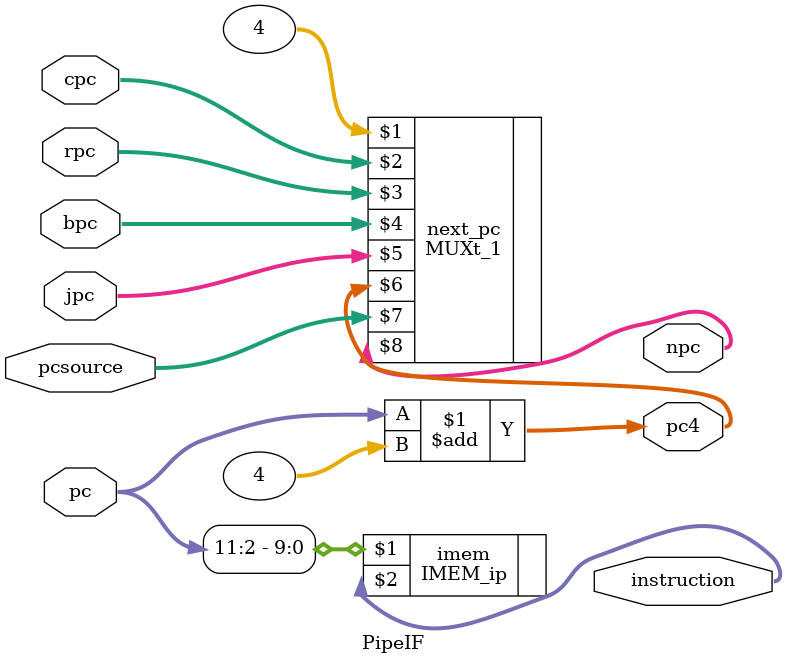
<source format=v>
module PipeIF (
    input [31:0] pc,              // 当前程序计数器值
    input [31:0] cpc,             // CP0控制寄存器提供的PC值
    input [31:0] bpc,             // 分支指令计算的PC值
    input [31:0] rpc,             // 返回指令的PC值
    input [31:0] jpc,             // 跳转指令的PC值
    input [2:0] pcsource,         // PC源选择信号
    output [31:0] npc,            // 下一个程序计数器值
    output [31:0] pc4,            // 当前PC+4的值
    output [31:0] instruction     // 从指令存储器获取的指令
);
    // 计算PC+4的值
    assign pc4 = pc + 32'h4;

    // 根据pcsource信号选择下一个PC值
    // 0: 当前PC+4
    // 1: CP0提供的PC值
    // 2: 返回指令的PC值
    // 3: 分支指令计算的PC值
    // 4: 跳转指令的PC值
    // 5: 当前PC+4
    MUXt_1 next_pc(32'h4, cpc, rpc, bpc, jpc, pc4, pcsource, npc);

    // 从指令存储器中获取指令，地址为pc[11:2]（使用pc的[11:2]位作为地址）
    IMEM_ip imem(pc[11:2], instruction);
endmodule
</source>
